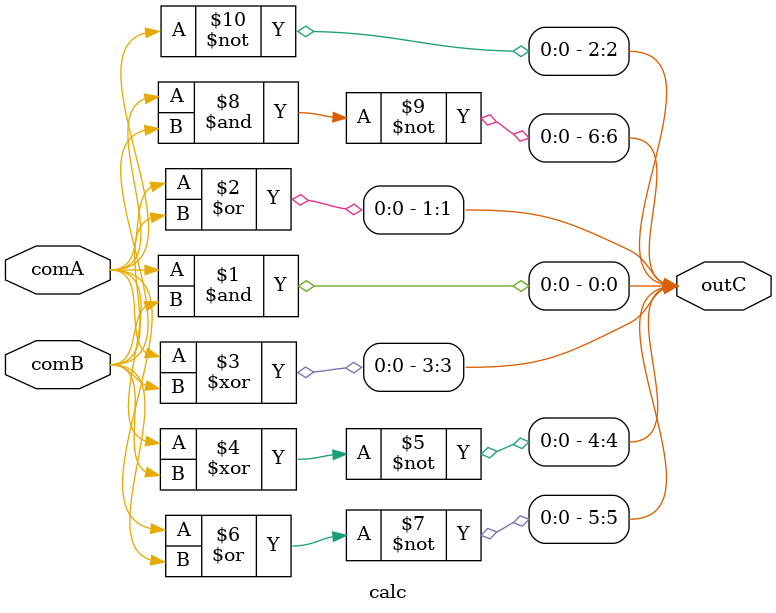
<source format=v>
`timescale 1ns / 1ps
module calc(comA, comB, outC);
    input comA, comB;
    output [7:0] outC;
    and(outC[0], comA, comB);
	 or(outC[1], comA, comB);
	 not(outC[2], comA);
	 xor(outC[3], comA, comB);  // Òì»ò
	 xnor(outC[4], comA, comB);  // Í¬»ò
	 nor(outC[5], comA, comB);  // »ò·Ç
	 nand(outC[6], comA, comB);  // Óë·Ç
	 
endmodule

</source>
